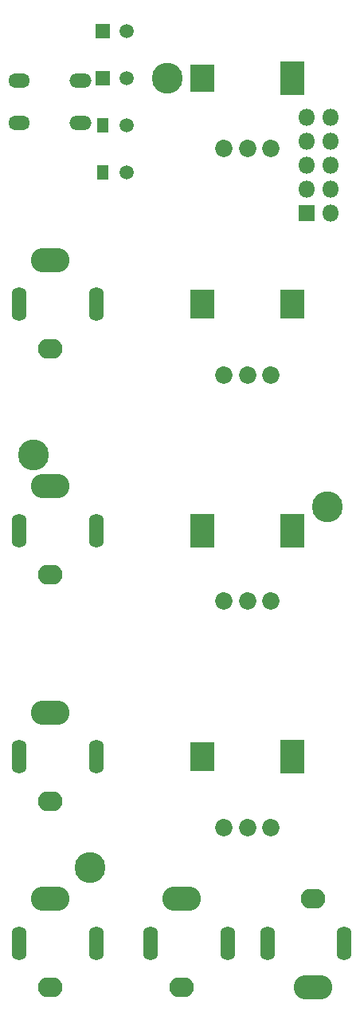
<source format=gts>
G04 #@! TF.FileFunction,Soldermask,Top*
%FSLAX46Y46*%
G04 Gerber Fmt 4.6, Leading zero omitted, Abs format (unit mm)*
G04 Created by KiCad (PCBNEW 4.0.2-stable) date 2019-06-10 3:09:26 PM*
%MOMM*%
G01*
G04 APERTURE LIST*
%ADD10C,0.200000*%
%ADD11C,3.275000*%
%ADD12R,1.500000X1.500000*%
%ADD13C,1.500000*%
%ADD14R,1.300000X1.500000*%
%ADD15O,4.100000X2.600000*%
%ADD16O,2.600000X2.100000*%
%ADD17O,1.600000X3.600000*%
%ADD18R,1.800000X1.800000*%
%ADD19O,1.800000X1.800000*%
%ADD20O,2.300000X1.500000*%
%ADD21O,2.350000X1.500000*%
%ADD22R,2.600000X3.600000*%
%ADD23R,2.600000X3.100000*%
%ADD24C,1.850000*%
%ADD25R,2.600000X2.850000*%
G04 APERTURE END LIST*
D10*
D11*
X144500000Y-73000000D03*
X119250000Y-111250000D03*
X113250000Y-67500000D03*
D12*
X120580000Y-22500000D03*
D13*
X123120000Y-22500000D03*
D12*
X120580000Y-27500000D03*
D13*
X123120000Y-27500000D03*
D14*
X120580000Y-32500000D03*
D13*
X123120000Y-32500000D03*
D14*
X120580000Y-37500000D03*
D13*
X123120000Y-37500000D03*
D15*
X115000000Y-46800000D03*
D16*
X115000000Y-56200000D03*
D17*
X119900000Y-51500000D03*
X111700000Y-51500000D03*
D15*
X115000000Y-70800000D03*
D16*
X115000000Y-80200000D03*
D17*
X119900000Y-75500000D03*
X111700000Y-75500000D03*
D15*
X129000000Y-114550000D03*
D16*
X129000000Y-123950000D03*
D17*
X133900000Y-119250000D03*
X125700000Y-119250000D03*
D15*
X115000000Y-94800000D03*
D16*
X115000000Y-104200000D03*
D17*
X119900000Y-99500000D03*
X111700000Y-99500000D03*
D15*
X115000000Y-114550000D03*
D16*
X115000000Y-123950000D03*
D17*
X119900000Y-119250000D03*
X111700000Y-119250000D03*
D15*
X143000000Y-123950000D03*
D16*
X143000000Y-114550000D03*
D17*
X138100000Y-119250000D03*
X146300000Y-119250000D03*
D18*
X142300000Y-41800000D03*
D19*
X144840000Y-41800000D03*
X142300000Y-39260000D03*
X144840000Y-39260000D03*
X142300000Y-36720000D03*
X144840000Y-36720000D03*
X142300000Y-34180000D03*
X144840000Y-34180000D03*
X142300000Y-31640000D03*
X144840000Y-31640000D03*
D20*
X111750000Y-27750000D03*
X111750000Y-32250000D03*
D21*
X118250000Y-27750000D03*
X118250000Y-32250000D03*
D11*
X127500000Y-27500000D03*
D22*
X140800000Y-99500000D03*
D23*
X131200000Y-99500000D03*
D24*
X138500000Y-107000000D03*
X136000000Y-107000000D03*
X133500000Y-107000000D03*
D22*
X140800000Y-75500000D03*
X131200000Y-75500000D03*
D24*
X138500000Y-83000000D03*
X136000000Y-83000000D03*
X133500000Y-83000000D03*
D23*
X140800000Y-51500000D03*
X131200000Y-51500000D03*
D24*
X138500000Y-59000000D03*
X136000000Y-59000000D03*
X133500000Y-59000000D03*
D22*
X140800000Y-27500000D03*
D25*
X131200000Y-27500000D03*
D24*
X138500000Y-35000000D03*
X136000000Y-35000000D03*
X133500000Y-35000000D03*
M02*

</source>
